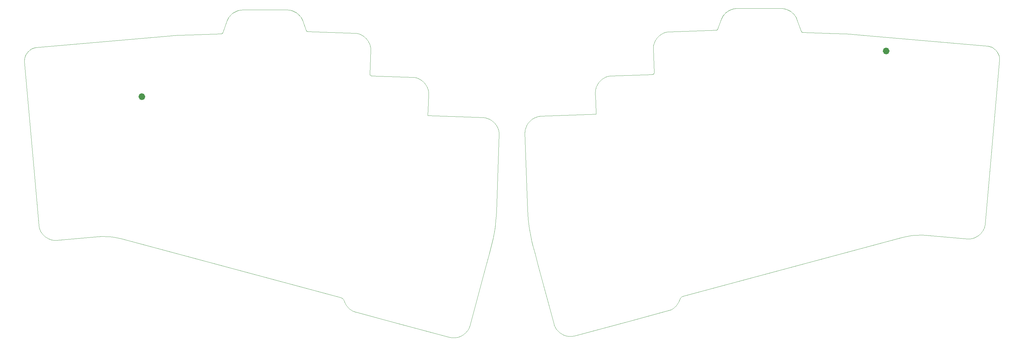
<source format=gbr>
%TF.GenerationSoftware,KiCad,Pcbnew,7.0.7*%
%TF.CreationDate,2023-10-03T23:41:34-07:00*%
%TF.ProjectId,neighboard,6e656967-6862-46f6-9172-642e6b696361,1.1*%
%TF.SameCoordinates,Original*%
%TF.FileFunction,Profile,NP*%
%FSLAX46Y46*%
G04 Gerber Fmt 4.6, Leading zero omitted, Abs format (unit mm)*
G04 Created by KiCad (PCBNEW 7.0.7) date 2023-10-03 23:41:34*
%MOMM*%
%LPD*%
G01*
G04 APERTURE LIST*
%TA.AperFunction,Profile*%
%ADD10C,0.100000*%
%TD*%
%TA.AperFunction,Profile*%
%ADD11C,0.000000*%
%TD*%
%TA.AperFunction,Profile*%
%ADD12C,1.050000*%
%TD*%
G04 APERTURE END LIST*
D10*
X347763999Y-162729139D02*
X347529247Y-162790850D01*
X276075730Y-92995124D02*
X275885705Y-93007044D01*
X214415284Y-126516583D02*
X214216566Y-126658116D01*
X212905913Y-154095182D02*
X212093903Y-130843595D01*
X274591674Y-93299099D02*
X274414611Y-93368778D01*
X253702287Y-100646662D02*
X253918181Y-100535184D01*
X259735173Y-180405882D02*
X259644122Y-180467347D01*
X346566127Y-162915800D02*
X346321407Y-162914824D01*
X251130662Y-112770904D02*
X251144337Y-112750672D01*
X223715768Y-191996716D02*
X223939711Y-192094667D01*
X251763531Y-102460453D02*
X251899918Y-102258316D01*
X354994672Y-106000406D02*
X354872409Y-105847710D01*
X221267789Y-189707022D02*
X221385500Y-189919001D01*
X330935758Y-161757163D02*
X331823234Y-161735631D01*
X254827991Y-100199424D02*
X255065137Y-100145003D01*
X310116565Y-100727762D02*
X310692028Y-100766600D01*
X350661871Y-160618986D02*
X350519662Y-160816583D01*
X260136202Y-180230742D02*
X326581225Y-162418975D01*
X250906629Y-112953884D02*
X250928690Y-112943747D01*
X353845519Y-104953965D02*
X353677767Y-104855396D01*
X237764145Y-113471652D02*
X238007185Y-113442829D01*
X355848979Y-108337379D02*
X355839053Y-108143269D01*
X296024550Y-100170134D02*
X296057831Y-100186300D01*
X251223927Y-112473570D02*
X250971248Y-105229276D01*
X221652593Y-190323659D02*
X221801011Y-190515784D01*
X213081072Y-156856657D02*
X213227364Y-158232678D01*
X212129490Y-130112992D02*
X212104265Y-130354743D01*
X295834252Y-99998240D02*
X295855750Y-100028278D01*
X270132517Y-99549425D02*
X270150405Y-99544840D01*
X270398366Y-99390313D02*
X270410453Y-99376321D01*
X233871357Y-116468904D02*
X233978247Y-116250365D01*
X226559725Y-192436017D02*
X226799633Y-192392909D01*
X255819966Y-184610676D02*
X255526792Y-184700072D01*
X250884117Y-112962914D02*
X250906629Y-112953884D01*
X212889705Y-128081064D02*
X212762388Y-128289172D01*
X355572408Y-107014491D02*
X355496080Y-106835522D01*
X253918181Y-100535184D02*
X254139072Y-100434326D01*
X354166642Y-105174644D02*
X354008572Y-105060496D01*
X296199814Y-100225363D02*
X296236727Y-100228147D01*
X351422125Y-158841488D02*
X351367686Y-159079555D01*
X220983769Y-189035826D02*
X221066441Y-189265159D01*
X351029775Y-159989929D02*
X350917348Y-160205311D01*
X350208380Y-161191555D02*
X350040145Y-161368235D01*
X253286966Y-100899891D02*
X253491757Y-100768364D01*
X214200018Y-163678814D02*
X214539229Y-165020354D01*
X270168113Y-99539587D02*
X270185619Y-99533679D01*
X254139072Y-100434326D02*
X254364586Y-100344482D01*
X250861190Y-112970799D02*
X250884117Y-112962914D01*
X233775045Y-116692116D02*
X233871357Y-116468904D01*
X251179549Y-112686674D02*
X251189219Y-112664377D01*
X252896092Y-101190841D02*
X253088287Y-101040848D01*
X238252731Y-113426084D02*
X250741591Y-112992186D01*
X212440921Y-128944051D02*
X212355190Y-129171174D01*
X295855750Y-100028278D02*
X295879410Y-100056682D01*
X259250609Y-180858816D02*
X259185168Y-180951076D01*
X332703654Y-161752372D02*
X333139535Y-161775262D01*
X292924706Y-94148249D02*
X292620457Y-93918508D01*
X275885705Y-93007044D02*
X275696529Y-93026720D01*
X352395513Y-104416858D02*
X352200285Y-104394224D01*
X351492034Y-158355193D02*
X351492034Y-158355224D01*
X225834025Y-192486756D02*
X226076441Y-192482663D01*
X351131442Y-159769315D02*
X351029775Y-159989929D01*
X251144337Y-112750672D02*
X251157071Y-112729864D01*
X270410453Y-99376321D02*
X270422022Y-99361905D01*
X214216566Y-126658116D02*
X214024269Y-126808674D01*
X233615644Y-117150986D02*
X233689685Y-116919611D01*
X354608145Y-105559383D02*
X354466710Y-105424427D01*
X353505595Y-104765122D02*
X353329282Y-104683489D01*
X270453408Y-99316266D02*
X270462696Y-99300302D01*
X256105390Y-184502184D02*
X255819966Y-184610676D01*
X233978247Y-116250365D02*
X234095342Y-116036899D01*
X272085626Y-95266921D02*
X271982761Y-95426666D01*
X348447107Y-162476431D02*
X348223346Y-162571580D01*
X258033513Y-183049959D02*
X257832977Y-183280268D01*
X352200301Y-104393217D02*
X321989647Y-101750028D01*
X272687373Y-94532284D02*
X272556101Y-94670152D01*
X271796270Y-95757747D02*
X271713083Y-95928775D01*
X259557012Y-180534969D02*
X259473976Y-180608334D01*
X251116077Y-112790518D02*
X251130662Y-112770904D01*
X270096273Y-99556526D02*
X270114466Y-99553324D01*
X270041041Y-99561797D02*
X270059539Y-99560776D01*
X270486763Y-99250368D02*
X270493452Y-99233091D01*
X293479080Y-94670086D02*
X293211499Y-94399185D01*
X354008572Y-105060496D02*
X353845519Y-104953965D01*
X212167573Y-129873353D02*
X212129490Y-130112992D01*
X272194613Y-95111242D02*
X272085626Y-95266921D01*
X270150405Y-99544840D02*
X270168113Y-99539587D01*
X349089722Y-162129670D02*
X348880713Y-162255127D01*
X270471365Y-99283988D02*
X270479393Y-99267340D01*
X252532642Y-101516340D02*
X252710753Y-101349469D01*
X221801011Y-190515784D02*
X221958702Y-190700738D01*
X259185168Y-180951076D02*
X259124453Y-181047036D01*
X330046614Y-161816435D02*
X330935758Y-161757163D01*
X216190582Y-125757931D02*
X215954167Y-125812646D01*
X295879410Y-100056682D02*
X295905073Y-100083337D01*
X293211499Y-94399185D02*
X292924706Y-94148249D01*
X275508427Y-93054004D02*
X275321615Y-93088737D01*
X311257351Y-100813413D02*
X321989647Y-101750028D01*
X222869399Y-191508190D02*
X223281740Y-191771242D01*
X226318500Y-192465842D02*
X226559725Y-192436017D01*
X251189219Y-112664377D02*
X251197794Y-112641665D01*
X292620457Y-93918508D02*
X292300510Y-93711192D01*
X215046150Y-126150188D02*
X214830454Y-126262213D01*
X212104265Y-130354743D02*
X212092278Y-130598200D01*
X352588290Y-104450177D02*
X352395513Y-104416858D01*
X236376916Y-113903649D02*
X236597804Y-113802790D01*
X251412619Y-103100460D02*
X251519508Y-102881918D01*
X258931459Y-181459715D02*
X258821322Y-181745265D01*
X221066441Y-189265159D02*
X221161275Y-189488983D01*
X270359172Y-99429608D02*
X270372702Y-99416971D01*
X333571518Y-161807799D02*
X346075987Y-162900542D01*
X351300814Y-159313780D02*
X351221927Y-159543817D01*
X214830454Y-126262213D02*
X214620039Y-126384481D01*
X233430014Y-118598600D02*
X233428305Y-118352245D01*
X272309501Y-94959786D02*
X272194613Y-95111242D01*
X214024269Y-126808674D02*
X213838767Y-126967846D01*
X259124453Y-181047036D02*
X259068595Y-181146288D01*
X275321615Y-93088737D02*
X275136315Y-93130766D01*
X350917348Y-160205311D02*
X350794573Y-160415113D01*
X270202904Y-99527130D02*
X270219945Y-99519955D01*
X294148979Y-95590283D02*
X293949578Y-95266864D01*
X255305418Y-100103184D02*
X255548462Y-100074360D01*
X309541058Y-100696244D02*
X310116565Y-100727762D01*
X349864069Y-161537250D02*
X349680573Y-161698248D01*
X250766098Y-112990062D02*
X250790305Y-112987169D01*
X220913739Y-188801267D02*
X220983769Y-189035826D01*
X214620039Y-126384481D02*
X214415284Y-126516583D01*
X251222891Y-112523307D02*
X251224091Y-112498962D01*
X258220570Y-182808295D02*
X258033513Y-183049959D01*
X212355190Y-129171174D02*
X212280803Y-129402038D01*
X295992475Y-100151639D02*
X296024550Y-100170134D01*
X348880713Y-162255127D02*
X348666370Y-162370831D01*
X234222268Y-115828900D02*
X234358658Y-115626767D01*
X233428305Y-118352245D02*
X233440151Y-118107398D01*
X270433051Y-99347082D02*
X270443519Y-99331863D01*
X327423054Y-162215339D02*
X327851815Y-162126215D01*
X213636524Y-160969539D02*
X213899061Y-162328175D01*
X354872409Y-105847710D02*
X354743470Y-105700590D01*
X355788488Y-107758810D02*
X355748417Y-107569144D01*
X350519662Y-160816583D02*
X350368358Y-161007555D01*
X235169490Y-114717927D02*
X235354829Y-114559298D01*
X353149116Y-104610838D02*
X352965373Y-104547508D01*
X213172303Y-127682572D02*
X213026469Y-127878730D01*
X251224091Y-112498962D02*
X251223930Y-112474484D01*
X260030676Y-180262495D02*
X259928582Y-180303047D01*
X234658330Y-115241676D02*
X234820869Y-115059511D01*
X350794573Y-160415113D02*
X350661871Y-160618986D01*
X257394029Y-183703372D02*
X257156888Y-183894449D01*
X355839053Y-108143269D02*
X355818795Y-107950298D01*
X296092157Y-100200023D02*
X296127367Y-100211184D01*
X273734643Y-93711242D02*
X273572817Y-93812024D01*
X257832977Y-183280268D02*
X257619604Y-183498357D01*
X224167632Y-192182392D02*
X224399051Y-192259610D01*
X224870449Y-192381419D02*
X225109469Y-192425455D01*
X290526761Y-93053998D02*
X290149507Y-93007042D01*
X233429900Y-118598693D02*
X233525420Y-121334502D01*
X295961764Y-100130931D02*
X295992475Y-100151639D01*
X270219945Y-99519955D02*
X270236726Y-99512168D01*
X273110455Y-94148313D02*
X272964770Y-94271210D01*
X258551714Y-182294333D02*
X258393516Y-182556133D01*
X295932577Y-100108124D02*
X295961764Y-100130931D01*
X355698858Y-107381642D02*
X355640093Y-107196644D01*
X257156888Y-183894449D02*
X256908817Y-184070729D01*
X270479393Y-99267340D02*
X270486763Y-99250368D01*
X272556101Y-94670152D02*
X272430069Y-94812706D01*
X270236726Y-99512168D02*
X270253226Y-99503786D01*
X259320643Y-180770667D02*
X259250609Y-180858816D01*
X212762388Y-128289172D02*
X212644900Y-128502643D01*
X273572817Y-93812024D02*
X273414697Y-93918566D01*
X215721134Y-125879634D02*
X215491869Y-125958493D01*
X347291667Y-162840719D02*
X347051674Y-162878399D01*
X250950259Y-112932546D02*
X250971299Y-112920320D01*
X235354829Y-114559298D02*
X235547025Y-114409309D01*
X221513929Y-190124638D02*
X221652593Y-190323659D01*
X270372702Y-99416971D02*
X270385773Y-99403868D01*
X347995506Y-162655932D02*
X347763999Y-162729139D01*
X355640093Y-107196644D02*
X355572408Y-107014491D01*
X251899918Y-102258316D02*
X252045397Y-102062442D01*
X225109469Y-192425455D02*
X225350059Y-192457878D01*
X273899953Y-93616371D02*
X273734643Y-93711242D01*
X257619604Y-183498357D02*
X257394029Y-183703372D01*
X212905882Y-154094938D02*
X212973855Y-155477043D01*
X295784319Y-99899473D02*
X295798377Y-99933720D01*
X290149507Y-93007042D02*
X289768849Y-92991117D01*
X354319448Y-105296068D02*
X354166642Y-105174644D01*
X250790305Y-112987169D02*
X250814245Y-112982968D01*
X251316310Y-103323674D02*
X251412619Y-103100460D01*
X256650453Y-184231351D02*
X256382433Y-184375456D01*
X212644900Y-128502643D02*
X212537618Y-128721071D01*
X270493448Y-99233854D02*
X271567922Y-96281095D01*
X291966618Y-93527528D02*
X291620542Y-93368748D01*
X259644122Y-180467347D02*
X259557012Y-180534969D01*
X213899061Y-162328175D02*
X214200018Y-163678814D01*
X233689685Y-116919611D02*
X233775045Y-116692116D01*
X347529247Y-162790850D02*
X347291667Y-162840719D01*
X350368358Y-161007555D02*
X350208380Y-161191555D01*
X271886235Y-95590328D02*
X271796270Y-95757747D01*
X213838767Y-126967846D02*
X213660441Y-127135229D01*
X235745702Y-114268351D02*
X235950491Y-114136826D01*
X259017722Y-181248426D02*
X258971966Y-181353037D01*
X255548462Y-100074360D02*
X255793892Y-100058927D01*
X238007185Y-113442829D02*
X238252615Y-113427396D01*
X346809690Y-162903542D02*
X346566127Y-162915800D01*
X296163308Y-100219668D02*
X296199814Y-100225363D01*
X251044289Y-104255363D02*
X251094566Y-104017410D01*
X222125185Y-190878241D02*
X222299977Y-191048013D01*
X224633483Y-192326045D02*
X224870449Y-192381419D01*
X294322143Y-95928750D02*
X294148979Y-95590283D01*
X328284874Y-162046057D02*
X329161189Y-161912911D01*
X274414611Y-93368778D02*
X274240158Y-93444987D01*
X216916365Y-125671507D02*
X216672062Y-125686955D01*
X274068534Y-93527568D02*
X273899953Y-93616371D01*
X250741667Y-112991606D02*
X250766098Y-112990062D01*
X215954167Y-125812646D02*
X215721134Y-125879634D01*
X251094566Y-104017410D02*
X251156910Y-103782546D01*
X233465181Y-117864452D02*
X233503020Y-117623804D01*
X215491869Y-125958493D02*
X215266748Y-126048812D01*
X250837888Y-112977496D02*
X250861190Y-112970799D01*
X212218137Y-129636233D02*
X212167573Y-129873353D01*
X237523865Y-113513473D02*
X237764145Y-113471652D01*
X260136191Y-180229735D02*
X260083015Y-180245116D01*
X256382433Y-184375456D02*
X256105390Y-184502184D01*
X270185619Y-99533679D02*
X270202904Y-99527130D01*
X250928690Y-112943747D02*
X250950259Y-112932546D01*
X270462696Y-99300302D02*
X270471365Y-99283988D01*
X236161019Y-114015126D02*
X236376916Y-113903649D01*
X275696529Y-93026720D02*
X275508427Y-93054004D01*
X216839470Y-173600280D02*
X220913791Y-188800596D01*
X273414697Y-93918566D02*
X273260503Y-94030713D01*
X348666370Y-162370831D02*
X348447107Y-162476431D01*
X256908817Y-184070729D02*
X256650453Y-184231351D01*
X251100624Y-112809477D02*
X251116077Y-112790518D01*
X351221927Y-159543817D02*
X351131442Y-159769315D01*
X237053078Y-113634516D02*
X237286719Y-113567892D01*
X251084340Y-112827734D02*
X251100624Y-112809477D01*
X355818795Y-107950298D02*
X355788488Y-107758810D01*
X348223346Y-162571580D02*
X347995506Y-162655932D01*
X250814245Y-112982968D02*
X250837888Y-112977496D01*
X212537618Y-128721071D02*
X212440921Y-128944051D01*
X355836715Y-108727659D02*
X355848293Y-108532291D01*
X293949578Y-95266864D02*
X293725691Y-94959721D01*
X250971299Y-112920320D02*
X250991776Y-112907112D01*
X253491757Y-100768364D02*
X253702287Y-100646662D01*
X271636896Y-96103255D02*
X271567926Y-96281034D01*
X273260503Y-94030713D02*
X273110455Y-94148313D01*
X222672567Y-191363267D02*
X222869399Y-191508190D01*
X251030879Y-112877905D02*
X251049428Y-112861990D01*
X253088287Y-101040848D02*
X253286966Y-100899891D01*
X270422022Y-99361905D02*
X270433051Y-99347082D01*
X212280803Y-129402038D02*
X212218137Y-129636233D01*
X255526845Y-184699552D02*
X243454173Y-187935393D01*
X270285301Y-99485287D02*
X270300838Y-99475201D01*
X251205234Y-112618578D02*
X251211501Y-112595159D01*
X355848293Y-108532291D02*
X355848979Y-108337379D01*
X290898856Y-93130752D02*
X290526761Y-93053998D01*
X295798377Y-99933720D02*
X295815074Y-99966680D01*
X212973855Y-155477043D02*
X213081072Y-156856657D01*
X270059539Y-99560776D02*
X270077958Y-99559015D01*
X225591737Y-192478403D02*
X225834025Y-192486756D01*
X251220367Y-112547482D02*
X251222891Y-112523307D01*
X270300838Y-99475201D02*
X270316013Y-99464574D01*
X326581119Y-162420226D02*
X326999265Y-162313367D01*
X259473976Y-180608334D02*
X259395145Y-180687037D01*
X251636602Y-102668451D02*
X251763531Y-102460453D01*
X258694530Y-182023757D02*
X258551714Y-182294333D01*
X308975543Y-100672636D02*
X309541058Y-100696244D01*
X270041039Y-99561917D02*
X255793808Y-100059354D01*
X272823670Y-94399253D02*
X272687373Y-94532284D01*
X252199592Y-101873221D02*
X252362131Y-101691057D01*
X275136315Y-93130766D02*
X274952745Y-93179939D01*
X354466710Y-105424427D02*
X354319448Y-105296068D01*
X251067261Y-112845251D02*
X251084340Y-112827734D01*
X254594348Y-100266050D02*
X254827991Y-100199424D01*
X355218063Y-106321145D02*
X355109987Y-106158329D01*
X347051674Y-162878399D02*
X346809690Y-162903542D01*
X216672062Y-125686955D02*
X216430009Y-125715900D01*
X251049428Y-112861990D02*
X251067261Y-112845251D01*
X310692028Y-100766600D02*
X311257402Y-100812163D01*
X355411394Y-106660082D02*
X355318627Y-106488508D01*
X215266748Y-126048812D02*
X215046150Y-126150188D01*
X213489669Y-127310415D02*
X213326830Y-127492997D01*
X259395145Y-180687037D02*
X259320643Y-180770667D01*
X349292982Y-161994806D02*
X349089722Y-162129670D01*
X233503020Y-117623804D02*
X233553299Y-117385849D01*
X351492011Y-158354978D02*
X353016540Y-140934813D01*
X213227364Y-158232678D02*
X213412570Y-159604005D01*
X213026469Y-127878730D02*
X212889705Y-128081064D01*
X234991381Y-114884796D02*
X235169490Y-114717927D01*
X251156910Y-103782546D02*
X251230948Y-103551168D01*
X250981423Y-104738959D02*
X251006451Y-104496013D01*
X274952745Y-93179939D02*
X274771125Y-93236101D01*
X351492034Y-158355224D02*
X351463713Y-158599928D01*
X251011647Y-112892960D02*
X251030879Y-112877905D01*
X237286719Y-113567892D02*
X237523865Y-113513473D01*
X355318627Y-106488508D02*
X355218063Y-106321145D01*
X213660441Y-127135229D02*
X213489669Y-127310415D01*
X355748417Y-107569144D02*
X355698858Y-107381642D01*
X233553299Y-117385849D02*
X233615644Y-117150986D01*
X250969578Y-104983806D02*
X250981423Y-104738959D01*
X270077958Y-99559015D02*
X270096273Y-99556526D01*
X221385500Y-189919001D02*
X221513929Y-190124638D01*
X327851815Y-162126215D02*
X328284874Y-162046057D01*
X274240158Y-93444987D02*
X274068534Y-93527568D01*
X221958702Y-190700738D02*
X222125185Y-190878241D01*
X355836730Y-108727111D02*
X353017066Y-140934812D01*
X350040145Y-161368235D02*
X349864069Y-161537250D01*
X352778339Y-104493841D02*
X352588290Y-104450177D01*
X213412570Y-159604005D02*
X213636524Y-160969539D01*
X291264035Y-93236079D02*
X290898856Y-93130752D01*
X274771125Y-93236101D02*
X274591674Y-93299099D01*
X251168819Y-112708517D02*
X251179549Y-112686674D01*
X251197794Y-112641665D02*
X251205234Y-112618578D01*
X212092278Y-130598200D02*
X212093909Y-130842955D01*
X234820869Y-115059511D02*
X234991381Y-114884796D01*
X346321407Y-162914824D02*
X346075944Y-162900266D01*
X251006451Y-104496013D02*
X251044289Y-104255363D01*
X258821322Y-181745265D02*
X258694530Y-182023757D01*
X355496080Y-106835522D02*
X355411394Y-106660082D01*
X295784307Y-99900603D02*
X294467316Y-96281095D01*
X252362131Y-101691057D02*
X252532642Y-101516340D01*
X233440151Y-118107398D02*
X233465181Y-117864452D01*
X258971966Y-181353037D02*
X258931459Y-181459715D01*
X222482597Y-191209782D02*
X222672567Y-191363267D01*
X224399051Y-192259610D02*
X224633483Y-192326045D01*
X254364586Y-100344482D02*
X254594348Y-100266050D01*
X296127367Y-100211184D02*
X296163308Y-100219668D01*
X233525420Y-121334502D02*
X233656125Y-125086271D01*
X272964770Y-94271210D02*
X272823670Y-94399253D01*
X236823317Y-113712948D02*
X237053078Y-113634516D01*
X226076441Y-192482663D02*
X226318500Y-192465842D01*
X234095342Y-116036899D02*
X234222268Y-115828900D01*
X234504135Y-115430892D02*
X234658330Y-115241676D01*
X270269424Y-99494821D02*
X270285301Y-99485287D01*
X270330806Y-99453424D02*
X270345201Y-99441764D01*
X251519508Y-102881918D02*
X251636602Y-102668451D01*
X236597804Y-113802790D02*
X236823317Y-113712948D01*
X271982761Y-95426666D02*
X271886235Y-95590328D01*
X225350059Y-192457878D02*
X225591737Y-192478403D01*
X351367686Y-159079555D02*
X351300814Y-159313780D01*
X305634108Y-100556761D02*
X308975531Y-100673156D01*
X295815074Y-99966680D02*
X295834252Y-99998240D01*
X223939711Y-192094667D02*
X224167632Y-192182392D01*
X255065137Y-100145003D02*
X255305418Y-100103184D01*
X296057831Y-100186300D02*
X296092157Y-100200023D01*
X223281740Y-191771242D02*
X223715768Y-191996716D01*
X349490069Y-161850882D02*
X349292982Y-161994806D01*
X258393516Y-182556133D02*
X258220570Y-182808295D01*
X250991776Y-112907112D02*
X251011647Y-112892960D01*
X270443519Y-99331863D02*
X270453408Y-99316266D01*
X326999265Y-162313367D02*
X327423054Y-162215339D01*
X226799633Y-192392909D02*
X227037741Y-192336240D01*
X252710753Y-101349469D02*
X252896092Y-101190841D01*
X251216557Y-112571446D02*
X251220367Y-112547482D01*
X329161189Y-161912911D02*
X330046614Y-161816435D01*
X270316013Y-99464574D02*
X270330806Y-99453424D01*
X234358658Y-115626767D02*
X234504135Y-115430892D01*
X222299977Y-191048013D02*
X222482597Y-191209782D01*
X296236718Y-100228697D02*
X305634108Y-100556761D01*
X235547025Y-114409309D02*
X235745702Y-114268351D01*
X213326830Y-127492997D02*
X213172303Y-127682572D01*
X215088721Y-167070371D02*
X216238066Y-171359251D01*
X251157071Y-112729864D02*
X251168819Y-112708517D01*
X332264662Y-161739184D02*
X332703654Y-161752372D01*
X260083015Y-180245116D02*
X260030676Y-180262495D01*
X295905073Y-100083337D02*
X295932577Y-100108124D01*
X235950491Y-114136826D02*
X236161019Y-114015126D01*
X270253226Y-99503786D02*
X270269424Y-99494821D01*
X333139535Y-161775262D02*
X333571631Y-161807920D01*
X259068595Y-181146288D02*
X259017722Y-181248426D01*
X270385773Y-99403868D02*
X270398366Y-99390313D01*
X270345201Y-99441764D02*
X270359172Y-99429608D01*
X251230948Y-103551168D02*
X251316310Y-103323674D01*
X276266392Y-92992308D02*
X289768847Y-92992307D01*
X271713083Y-95928775D02*
X271636896Y-96103255D01*
X252045397Y-102062442D02*
X252199592Y-101873221D01*
X216238066Y-171359251D02*
X216839470Y-173600280D01*
X355109987Y-106158329D02*
X354994672Y-106000406D01*
X352965373Y-104547508D02*
X352778339Y-104493841D01*
X251211501Y-112595159D02*
X251216557Y-112571446D01*
X291620542Y-93368748D02*
X291264035Y-93236079D01*
X216430009Y-125715900D02*
X216190582Y-125757931D01*
X272430069Y-94812706D02*
X272309501Y-94959786D01*
X270114466Y-99553324D02*
X270132517Y-99549425D01*
X351463713Y-158599928D02*
X351422125Y-158841488D01*
X353329282Y-104683489D02*
X353149116Y-104610838D01*
X292300510Y-93711192D02*
X291966618Y-93527528D01*
X353677767Y-104855396D02*
X353505595Y-104765122D01*
X250971288Y-105230161D02*
X250969578Y-104983806D01*
X227037834Y-192335416D02*
X243454173Y-187935393D01*
X354743470Y-105700590D02*
X354608145Y-105559383D01*
X294467312Y-96281035D02*
X294322143Y-95928750D01*
X293725691Y-94959721D02*
X293479080Y-94670086D01*
X259928582Y-180303047D02*
X259830038Y-180350977D01*
X259830038Y-180350977D02*
X259735173Y-180405882D01*
X349680573Y-161698248D02*
X349490069Y-161850882D01*
X221161275Y-189488983D02*
X221267789Y-189707022D01*
X215088721Y-167070371D02*
X214539183Y-165019834D01*
X276266388Y-92991118D02*
X276075730Y-92995124D01*
X216916457Y-125670989D02*
X233656125Y-125086271D01*
X331823234Y-161735631D02*
X332264662Y-161739184D01*
D11*
X141420647Y-93605127D02*
X141237077Y-93555954D01*
X141602268Y-93661290D02*
X141420647Y-93605127D01*
X140676863Y-93451910D02*
X140487688Y-93432232D01*
X141781720Y-93724287D02*
X141602268Y-93661290D01*
X141958781Y-93793967D02*
X141781720Y-93724287D01*
X142133234Y-93870176D02*
X141958781Y-93793967D01*
X142638749Y-94136431D02*
X142473439Y-94041560D01*
X142800576Y-94237213D02*
X142638749Y-94136431D01*
X204092591Y-129827227D02*
X204018203Y-129596364D01*
X143408622Y-94696401D02*
X143262937Y-94573502D01*
X60962000Y-107085270D02*
X60877312Y-107260711D01*
X143549723Y-94824442D02*
X143408622Y-94696401D01*
X141237077Y-93555954D02*
X141051777Y-93513926D01*
X145987619Y-99829057D02*
X146000691Y-99842160D01*
X143817291Y-95095344D02*
X143686019Y-94957473D01*
X144063893Y-95384976D02*
X143943323Y-95237895D01*
X120281236Y-100625212D02*
X120315561Y-100611488D01*
X144487157Y-96015517D02*
X144390633Y-95851856D01*
X143686019Y-94957473D02*
X143549723Y-94824442D01*
X142958695Y-94343755D02*
X142800576Y-94237213D01*
X144736497Y-96528444D02*
X144660309Y-96353963D01*
X182717268Y-125511462D02*
X182847973Y-121759691D01*
X60524415Y-108762568D02*
X60525099Y-108957480D01*
X60554598Y-108375489D02*
X60534340Y-108568458D01*
X67492680Y-162680317D02*
X67283670Y-162554859D01*
X60584903Y-108183999D02*
X60554598Y-108375489D01*
X60733298Y-107621832D02*
X60674535Y-107806831D01*
X60800984Y-107439679D02*
X60733298Y-107621832D01*
X66883323Y-162276071D02*
X66692820Y-162123439D01*
X60877312Y-107260711D02*
X60800984Y-107439679D01*
X194073415Y-191473205D02*
X194248209Y-191303430D01*
X202736868Y-161394728D02*
X202960822Y-160029194D01*
X61155329Y-106746334D02*
X61054765Y-106913696D01*
X61378720Y-106425595D02*
X61263407Y-106583518D01*
X201327242Y-126575376D02*
X201106645Y-126474001D01*
X61629922Y-106125778D02*
X61500985Y-106272901D01*
X62053944Y-105721258D02*
X61906684Y-105849616D01*
X61263407Y-106583518D02*
X61155329Y-106746334D01*
X194248209Y-191303430D02*
X194414691Y-191125927D01*
X62206751Y-105599833D02*
X62053944Y-105721258D01*
X178120778Y-113852586D02*
X178366208Y-113868017D01*
X62527873Y-105379156D02*
X62364821Y-105485685D01*
X63224277Y-105036025D02*
X63044110Y-105108678D01*
X64173107Y-104819413D02*
X63977880Y-104842047D01*
X122423815Y-95692052D02*
X122224413Y-96015472D01*
X164473474Y-102683506D02*
X164609862Y-102885642D01*
X122894313Y-95095274D02*
X122647701Y-95384910D01*
X123448685Y-94573437D02*
X123161893Y-94824373D01*
X144805471Y-96706285D02*
X145879943Y-99659044D01*
X124072883Y-94136381D02*
X123752935Y-94343698D01*
X202534625Y-127393035D02*
X202349123Y-127233863D01*
X124752850Y-93793937D02*
X124406775Y-93952716D01*
X125474537Y-93555940D02*
X125109357Y-93661268D01*
X125846631Y-93479187D02*
X125474537Y-93555940D01*
X126604545Y-93416306D02*
X126223886Y-93432231D01*
X68844145Y-163216039D02*
X68609393Y-163154328D01*
X145929873Y-99757051D02*
X145940342Y-99772271D01*
X165535506Y-113402687D02*
X165559147Y-113408157D01*
X165175599Y-113066853D02*
X165184173Y-113089566D01*
X144178779Y-95536431D02*
X144063893Y-95384976D01*
X165444703Y-113368935D02*
X165466763Y-113379073D01*
X146028193Y-99866954D02*
X146042586Y-99878613D01*
X61906684Y-105849616D02*
X61765248Y-105984572D01*
X146258928Y-99978514D02*
X146277120Y-99981714D01*
X165381617Y-113332301D02*
X165402092Y-113345510D01*
X165323964Y-113287179D02*
X165342514Y-113303093D01*
X182908212Y-118289641D02*
X182933241Y-118532587D01*
X165289054Y-113252923D02*
X165306130Y-113270439D01*
X165242732Y-113196095D02*
X165257316Y-113215710D01*
X165423135Y-113357735D02*
X165444703Y-113368935D01*
X165229055Y-113175862D02*
X165242732Y-113196095D01*
X181715063Y-115666864D02*
X181869257Y-115856080D01*
X165193843Y-113111863D02*
X165204573Y-113133705D01*
X62867800Y-105190311D02*
X62695626Y-105280585D01*
X143262937Y-94573502D02*
X143112889Y-94455903D01*
X60674535Y-107806831D02*
X60624978Y-107994334D01*
X165168159Y-113043769D02*
X165175599Y-113066853D01*
X165161891Y-113020348D02*
X165168159Y-113043769D01*
X165156836Y-112996635D02*
X165161891Y-113020348D01*
X165153025Y-112972671D02*
X165156836Y-112996635D01*
X165149300Y-112924150D02*
X165150501Y-112948495D01*
X61765248Y-105984572D02*
X61629922Y-106125778D01*
X165402092Y-113345510D02*
X165423135Y-113357735D01*
X165149462Y-112899676D02*
X165149300Y-112924150D01*
X122224413Y-96015472D02*
X122051249Y-96353939D01*
X146000691Y-99842160D02*
X146014221Y-99854797D01*
X199701330Y-126112144D02*
X199457028Y-126096697D01*
X190296952Y-192907853D02*
X190539368Y-192911947D01*
X199943384Y-126141088D02*
X199701330Y-126112144D01*
X125109357Y-93661268D02*
X124752850Y-93793937D01*
X165204573Y-113133705D02*
X165216322Y-113155052D01*
X200182809Y-126183121D02*
X199943384Y-126141088D01*
X144660309Y-96353963D02*
X144577122Y-96182936D01*
X192205761Y-192607580D02*
X192433682Y-192519856D01*
X190781655Y-192903591D02*
X191023334Y-192883066D01*
X160579585Y-100484543D02*
X146332353Y-99987108D01*
X200881524Y-126383682D02*
X200652257Y-126304823D01*
X204279483Y-131268143D02*
X204281114Y-131023387D01*
X201106645Y-126474001D02*
X200881524Y-126383682D01*
X202349123Y-127233863D02*
X202156825Y-127083306D01*
X195105603Y-190132211D02*
X195212117Y-189914171D01*
X62695626Y-105280585D02*
X62527873Y-105379156D01*
X60624978Y-107994334D02*
X60584903Y-108183999D01*
X204205819Y-130298543D02*
X204155256Y-130061422D01*
X143112889Y-94455903D02*
X142958695Y-94343755D01*
X190054893Y-192891032D02*
X190296952Y-192907853D01*
X202712952Y-127560419D02*
X202534625Y-127393035D01*
X203046562Y-127918187D02*
X202883725Y-127735604D01*
X203201089Y-128107761D02*
X203046562Y-127918187D01*
X203346925Y-128303919D02*
X203201089Y-128107761D01*
X203483689Y-128506255D02*
X203346925Y-128303919D01*
X203611004Y-128714363D02*
X203483689Y-128506255D01*
X142304859Y-93952756D02*
X142133234Y-93870176D01*
X203728494Y-128927832D02*
X203611004Y-128714363D01*
X66692820Y-162123439D02*
X66509325Y-161962440D01*
X85437636Y-162182352D02*
X86326779Y-162241623D01*
X165466763Y-113379073D02*
X165489275Y-113388103D01*
X146222987Y-99970030D02*
X146240876Y-99974613D01*
X69807265Y-163340989D02*
X69563704Y-163328731D01*
X63785103Y-104875366D02*
X63595055Y-104919031D01*
X165512203Y-113395988D02*
X165535506Y-113402687D01*
X144287765Y-95692109D02*
X144178779Y-95536431D01*
X64951268Y-159266678D02*
X64909679Y-159025117D01*
X63595055Y-104919031D02*
X63408020Y-104972697D01*
X124406775Y-93952716D02*
X124072883Y-94136381D01*
X67080411Y-162419996D02*
X66883323Y-162276071D01*
X193890796Y-191634970D02*
X194073415Y-191473205D01*
X157355670Y-181673615D02*
X157304799Y-181571477D01*
X164609862Y-102885642D02*
X164736791Y-103093640D01*
X202883725Y-127735604D02*
X202712952Y-127560419D01*
X165257316Y-113215710D02*
X165272769Y-113234666D01*
X67283670Y-162554859D02*
X67080411Y-162419996D01*
X157122784Y-181284004D02*
X157052749Y-181195856D01*
X122051249Y-96353939D02*
X121906080Y-96706224D01*
X159216505Y-184319636D02*
X158979364Y-184128560D01*
X191263924Y-192850645D02*
X191502944Y-192806607D01*
X161545402Y-100624612D02*
X161779043Y-100691238D01*
X63356326Y-141360002D02*
X60536663Y-109152300D01*
X69563704Y-163328731D02*
X69321719Y-163303588D01*
X65853731Y-161241772D02*
X65711520Y-161044176D01*
X70051985Y-163340013D02*
X69807265Y-163340989D01*
X140487688Y-93432232D02*
X140297663Y-93420312D01*
X160579501Y-100484118D02*
X160824930Y-100499549D01*
X156899418Y-181033522D02*
X156816380Y-180960158D01*
X70297447Y-163325456D02*
X70051985Y-163340013D01*
X165391969Y-105164148D02*
X165403815Y-105408996D01*
X69081726Y-163265909D02*
X68844145Y-163216039D01*
X165278827Y-104442599D02*
X165329104Y-104680553D01*
X200419226Y-126237834D02*
X200182809Y-126183121D01*
X194987892Y-190344189D02*
X195105603Y-190132211D01*
X182870373Y-118048991D02*
X182908212Y-118289641D01*
X61500985Y-106272901D02*
X61378720Y-106425595D01*
X204243902Y-130538180D02*
X204205819Y-130298543D01*
X182395147Y-116675554D02*
X182502036Y-116894093D01*
X165342514Y-113303093D02*
X165361746Y-113318149D01*
X165057083Y-103748863D02*
X165142444Y-103976357D01*
X83233857Y-162200450D02*
X83669738Y-162177561D01*
X65241951Y-160194504D02*
X65151466Y-159969006D01*
X61054765Y-106913696D02*
X60962000Y-107085270D01*
X162008808Y-100769671D02*
X162234320Y-100859514D01*
X201958109Y-126941772D02*
X201753353Y-126809670D01*
X165184173Y-113089566D02*
X165193843Y-113111863D01*
X68150046Y-162996770D02*
X67926285Y-162901621D01*
X161308256Y-100570191D02*
X161545402Y-100624612D01*
X87212203Y-162338100D02*
X88088519Y-162471246D01*
X144390633Y-95851856D02*
X144287765Y-95692109D01*
X164173802Y-102298412D02*
X164327996Y-102487631D01*
X157552071Y-182170454D02*
X157441934Y-181884904D01*
X165361746Y-113318149D02*
X165381617Y-113332301D01*
X165329104Y-104680553D02*
X165366943Y-104921202D01*
X161067975Y-100528373D02*
X161308256Y-100570191D01*
X165272769Y-113234666D02*
X165289054Y-113252923D01*
X161779043Y-100691238D02*
X162008808Y-100769671D01*
X179775588Y-114227980D02*
X179996477Y-114328839D01*
X201753353Y-126809670D02*
X201542939Y-126687401D01*
X182717268Y-125511462D02*
X199456935Y-126096178D01*
X164736791Y-103093640D02*
X164853885Y-103307109D01*
X202156825Y-127083306D02*
X201958109Y-126941772D01*
X201834163Y-165445542D02*
X202173375Y-164104002D01*
X165216483Y-104207735D02*
X165278827Y-104442599D01*
X165366943Y-104921202D02*
X165391969Y-105164148D01*
X65711520Y-161044176D02*
X65578820Y-160840302D01*
X164327996Y-102487631D02*
X164473474Y-102683506D01*
X191974342Y-192684798D02*
X192205761Y-192607580D01*
X165559147Y-113408157D02*
X165583089Y-113412359D01*
X165216322Y-113155052D02*
X165229055Y-113175862D01*
X195306951Y-189690348D02*
X195389624Y-189461017D01*
X146313854Y-99985965D02*
X146332352Y-99986986D01*
X69321719Y-163303588D02*
X69081726Y-163265909D01*
X157401427Y-181778226D02*
X157355670Y-181673615D01*
X165631802Y-113417374D02*
X178120663Y-113851273D01*
X66509325Y-161962440D02*
X66333249Y-161793426D01*
X191502944Y-192806607D02*
X191739912Y-192751234D01*
X63977880Y-104842047D02*
X63785103Y-104875366D01*
X202173375Y-164104002D02*
X202474331Y-162753364D01*
X163840751Y-101941529D02*
X164011262Y-102116246D01*
X179996477Y-114328839D02*
X180212373Y-114440314D01*
X63356854Y-141360002D02*
X64881381Y-158780168D01*
X84550159Y-162160821D02*
X85437636Y-162182352D01*
X123161893Y-94824373D02*
X122894313Y-95095274D01*
X195212117Y-189914171D02*
X195306951Y-189690348D01*
X146136667Y-99937359D02*
X146153447Y-99945144D01*
X60534340Y-108568458D02*
X60524415Y-108762568D01*
X122647701Y-95384910D02*
X122423815Y-95692052D01*
X68377887Y-163081121D02*
X68150046Y-162996770D01*
X193091653Y-192196431D02*
X193503993Y-191933379D01*
X67707023Y-162796018D02*
X67492680Y-162680317D01*
X159464575Y-184495918D02*
X159216505Y-184319636D01*
X126604546Y-93417496D02*
X140107000Y-93417497D01*
X68609393Y-163154328D02*
X68377887Y-163081121D01*
X162455211Y-100960372D02*
X162671106Y-101071852D01*
X70297405Y-163325731D02*
X82801874Y-162232988D01*
X164011262Y-102116246D02*
X164173802Y-102298412D01*
X64909679Y-159025117D02*
X64881358Y-158780412D01*
X123752935Y-94343698D02*
X123448685Y-94573437D01*
X165306130Y-113270439D02*
X165323964Y-113287179D01*
X162671106Y-101071852D02*
X162881635Y-101193553D01*
X199533924Y-174025469D02*
X200135327Y-171784438D01*
X189335651Y-192761428D02*
X189573760Y-192818096D01*
X165489275Y-113388103D02*
X165512203Y-113395988D01*
X126223886Y-93432231D02*
X125846631Y-93479187D01*
X143943323Y-95237895D02*
X143817291Y-95095344D01*
X120315561Y-100611488D02*
X120348842Y-100595323D01*
X201542939Y-126687401D02*
X201327242Y-126575376D01*
X160824930Y-100499549D02*
X161067975Y-100528373D01*
X162881635Y-101193553D02*
X163086426Y-101325080D01*
X163285105Y-101466038D02*
X163477300Y-101616030D01*
X163086426Y-101325080D02*
X163285105Y-101466038D01*
X191739912Y-192751234D02*
X191974342Y-192684798D01*
X88088519Y-162471246D02*
X88521578Y-162551403D01*
X163477300Y-101616030D02*
X163662639Y-101774659D01*
X157821679Y-182719521D02*
X157678863Y-182448946D01*
X162234320Y-100859514D02*
X162455211Y-100960372D01*
X164960774Y-103525648D02*
X165057083Y-103748863D01*
X165583089Y-113412359D02*
X165607294Y-113415251D01*
X163662639Y-101774659D02*
X163840751Y-101941529D01*
X193503993Y-191933379D02*
X193700826Y-191788457D01*
X66333249Y-161793426D02*
X66165012Y-161616743D01*
X67926285Y-162901621D02*
X67707023Y-162796018D01*
X182151124Y-116254089D02*
X182278052Y-116462088D01*
X145919984Y-99741454D02*
X145929873Y-99757051D01*
X144577122Y-96182936D02*
X144487157Y-96015517D01*
X110739285Y-100981949D02*
X120136674Y-100653887D01*
X63408020Y-104972697D02*
X63224277Y-105036025D01*
X165142444Y-103976357D02*
X165216483Y-104207735D01*
X180826368Y-114834497D02*
X181018563Y-114984487D01*
X65578820Y-160840302D02*
X65456046Y-160630500D01*
X65072578Y-159738968D02*
X65005706Y-159504745D01*
X157052749Y-181195856D02*
X156978249Y-181112225D01*
X144805466Y-96706224D02*
X144736497Y-96528444D01*
X60525099Y-108957480D02*
X60536679Y-109152848D01*
X120539141Y-100423429D02*
X120558318Y-100391870D01*
X182757748Y-117576175D02*
X182820093Y-117811038D01*
X194720800Y-190748848D02*
X194859464Y-190549829D01*
X66005034Y-161432745D02*
X65853731Y-161241772D01*
X66165012Y-161616743D02*
X66005034Y-161432745D01*
X65456046Y-160630500D02*
X65343618Y-160415120D01*
X65151466Y-159969006D02*
X65072578Y-159738968D01*
X164853885Y-103307109D02*
X164960774Y-103525648D01*
X156290379Y-180670305D02*
X156237202Y-180654924D01*
X65005706Y-159504745D02*
X64951268Y-159266678D01*
X156543356Y-180776168D02*
X156444812Y-180728235D01*
X156978249Y-181112225D02*
X156899418Y-181033522D01*
X194859464Y-190549829D02*
X194987892Y-190344189D01*
X157441934Y-181884904D02*
X157401427Y-181778226D01*
X165150501Y-112948495D02*
X165153025Y-112972671D01*
X65343618Y-160415120D02*
X65241951Y-160194504D01*
X156444812Y-180728235D02*
X156342716Y-180687685D01*
X157304799Y-181571477D02*
X157248939Y-181472224D01*
X157248939Y-181472224D02*
X157188224Y-181376265D01*
X157188224Y-181376265D02*
X157122784Y-181284004D01*
X172919220Y-188360582D02*
X160846547Y-185124742D01*
X200652257Y-126304823D02*
X200419226Y-126237834D01*
X191023334Y-192883066D02*
X191263924Y-192850645D01*
X156729270Y-180892535D02*
X156638219Y-180831071D01*
X165403815Y-105408996D02*
X165402103Y-105655351D01*
X156638219Y-180831071D02*
X156543356Y-180776168D01*
X204018203Y-129596364D02*
X203932471Y-129369240D01*
X62364821Y-105485685D02*
X62206751Y-105599833D01*
X63044110Y-105108678D02*
X62867800Y-105190311D01*
X189573760Y-192818096D02*
X189813668Y-192861206D01*
X189813668Y-192861206D02*
X190054893Y-192891032D01*
X192657625Y-192421905D02*
X193091653Y-192196431D01*
X190539368Y-192911947D02*
X190781655Y-192903591D01*
X165607294Y-113415251D02*
X165631725Y-113416794D01*
X195389624Y-189461017D02*
X195459654Y-189226458D01*
X121906076Y-96706284D02*
X120589086Y-100325792D01*
X192433682Y-192519856D02*
X192657625Y-192421905D01*
X193700826Y-191788457D02*
X193890796Y-191634970D01*
X204155256Y-130061422D02*
X204092591Y-129827227D01*
X146187773Y-99958868D02*
X146205279Y-99964776D01*
X194414691Y-191125927D02*
X194572381Y-190940973D01*
X194572381Y-190940973D02*
X194720800Y-190748848D01*
X142473439Y-94041560D02*
X142304859Y-93952756D01*
X156816380Y-180960158D02*
X156729270Y-180892535D01*
X204281114Y-131023387D02*
X204269127Y-130779931D01*
X204269127Y-130779931D02*
X204243902Y-130538180D01*
X203932471Y-129369240D02*
X203835776Y-129146260D01*
X140864965Y-93479193D02*
X140676863Y-93451910D01*
X156342716Y-180687685D02*
X156290379Y-180670305D01*
X203835776Y-129146260D02*
X203728494Y-128927832D01*
X145879943Y-99658280D02*
X145886630Y-99675559D01*
X141051777Y-93513926D02*
X140864965Y-93479193D01*
X140297663Y-93420312D02*
X140107004Y-93416307D01*
X94383746Y-102175218D02*
X105116042Y-101238604D01*
X89792167Y-162844164D02*
X156237190Y-180655930D01*
X172919220Y-188360582D02*
X189335560Y-192760604D01*
X200135327Y-171784438D02*
X201284672Y-167495562D01*
X165402146Y-105654465D02*
X165149467Y-112898759D01*
X120136665Y-100653336D02*
X120173580Y-100650552D01*
X120173580Y-100650552D02*
X120210086Y-100644857D01*
X120210086Y-100644857D02*
X120246024Y-100636373D01*
X146205279Y-99964776D02*
X146222987Y-99970030D01*
X120246024Y-100636373D02*
X120281236Y-100625212D01*
X120348842Y-100595323D02*
X120380918Y-100576828D01*
X120380918Y-100576828D02*
X120411628Y-100556120D01*
X120411628Y-100556120D02*
X120440817Y-100533313D01*
X120440817Y-100533313D02*
X120468320Y-100508526D01*
X120468320Y-100508526D02*
X120493982Y-100481872D01*
X120493982Y-100481872D02*
X120517642Y-100453465D01*
X120517642Y-100453465D02*
X120539141Y-100423429D01*
X182683708Y-117344800D02*
X182757748Y-117576175D01*
X120558318Y-100391870D02*
X120575016Y-100358910D01*
X120575016Y-100358910D02*
X120589074Y-100324662D01*
X204279491Y-131268786D02*
X203467479Y-154520371D01*
X64881358Y-158780412D02*
X64881358Y-158780382D01*
X88521578Y-162551403D02*
X88950339Y-162640530D01*
X146170490Y-99952321D02*
X146187773Y-99958868D01*
X201834209Y-165445023D02*
X201284672Y-167495562D01*
X178366208Y-113868017D02*
X178609248Y-113896840D01*
X178609248Y-113896840D02*
X178849528Y-113938661D01*
X159722939Y-184656540D02*
X159464575Y-184495918D01*
X178849528Y-113938661D02*
X179086673Y-113993081D01*
X179086673Y-113993081D02*
X179320315Y-114059704D01*
X179320315Y-114059704D02*
X179550076Y-114138137D01*
X179550076Y-114138137D02*
X179775588Y-114227980D01*
X180212373Y-114440314D02*
X180422901Y-114562015D01*
X180422901Y-114562015D02*
X180627690Y-114693540D01*
X180627690Y-114693540D02*
X180826368Y-114834497D01*
X181018563Y-114984487D02*
X181203903Y-115143115D01*
X181203903Y-115143115D02*
X181382013Y-115309985D01*
X181382013Y-115309985D02*
X181552524Y-115484699D01*
X181552524Y-115484699D02*
X181715063Y-115666864D01*
X181869257Y-115856080D02*
X182014735Y-116051956D01*
X182014735Y-116051956D02*
X182151124Y-116254089D01*
X182278052Y-116462088D02*
X182395147Y-116675554D01*
X182502036Y-116894093D02*
X182598348Y-117117306D01*
X182598348Y-117117306D02*
X182683708Y-117344800D01*
X182820093Y-117811038D02*
X182870373Y-118048991D01*
X145902027Y-99709180D02*
X145910696Y-99725490D01*
X182933241Y-118532587D02*
X182945087Y-118777435D01*
X182945087Y-118777435D02*
X182943378Y-119023788D01*
X107397863Y-101098344D02*
X110739285Y-100981949D01*
X82801761Y-162233109D02*
X83233857Y-162200450D01*
X83669738Y-162177561D02*
X84108729Y-162164374D01*
X145975028Y-99815503D02*
X145987619Y-99829057D01*
X84108729Y-162164374D02*
X84550159Y-162160821D01*
X86326779Y-162241623D02*
X87212203Y-162338100D01*
X88950339Y-162640530D02*
X89374128Y-162738556D01*
X89374128Y-162738556D02*
X89792275Y-162845415D01*
X160846602Y-185125260D02*
X160553428Y-185035866D01*
X160553428Y-185035866D02*
X160268002Y-184927374D01*
X160268002Y-184927374D02*
X159990961Y-184800644D01*
X159990961Y-184800644D02*
X159722939Y-184656540D01*
X158979364Y-184128560D02*
X158753789Y-183923546D01*
X158753789Y-183923546D02*
X158540415Y-183705455D01*
X158540415Y-183705455D02*
X158339881Y-183475148D01*
X158339881Y-183475148D02*
X158152822Y-183233484D01*
X158152822Y-183233484D02*
X157979876Y-182981321D01*
X157979876Y-182981321D02*
X157821679Y-182719521D01*
X157678863Y-182448946D02*
X157552071Y-182170454D01*
X195459603Y-189225784D02*
X199533924Y-174025469D01*
X202474331Y-162753364D02*
X202736868Y-161394728D01*
X202960822Y-160029194D02*
X203146029Y-158657867D01*
X203146029Y-158657867D02*
X203292320Y-157281845D01*
X203292320Y-157281845D02*
X203399538Y-155902231D01*
X203399538Y-155902231D02*
X203467510Y-154520128D01*
X94383746Y-102175218D02*
X64173091Y-104818406D01*
X182847973Y-121759691D02*
X182943493Y-119023882D01*
X145886630Y-99675559D02*
X145893999Y-99692530D01*
X145893999Y-99692530D02*
X145902027Y-99709180D01*
X145910696Y-99725490D02*
X145919984Y-99741454D01*
X145940342Y-99772271D02*
X145951371Y-99787095D01*
X145951371Y-99787095D02*
X145962939Y-99801510D01*
X145962939Y-99801510D02*
X145975028Y-99815503D01*
X146014221Y-99854797D02*
X146028193Y-99866954D01*
X146042586Y-99878613D02*
X146057381Y-99889763D01*
X146057381Y-99889763D02*
X146072555Y-99900390D01*
X146072555Y-99900390D02*
X146088091Y-99910476D01*
X146088091Y-99910476D02*
X146103968Y-99920011D01*
X146103968Y-99920011D02*
X146120166Y-99928976D01*
X146120166Y-99928976D02*
X146136667Y-99937359D01*
X146153447Y-99945144D02*
X146170490Y-99952321D01*
X146240876Y-99974613D02*
X146258928Y-99978514D01*
X146277120Y-99981714D02*
X146295435Y-99984204D01*
X146295435Y-99984204D02*
X146313854Y-99985965D01*
X105115991Y-101237351D02*
X105681365Y-101191789D01*
X105681365Y-101191789D02*
X106256828Y-101152950D01*
X106256828Y-101152950D02*
X106832335Y-101121432D01*
X106832335Y-101121432D02*
X107397850Y-101097825D01*
%TO.C,BT2*%
D12*
X322041720Y-105892401D02*
G75*
G03*
X322041720Y-105892401I-525000J0D01*
G01*
%TO.C,BT1*%
X96631517Y-119756098D02*
G75*
G03*
X96631517Y-119756098I-525000J0D01*
G01*
%TD*%
M02*

</source>
